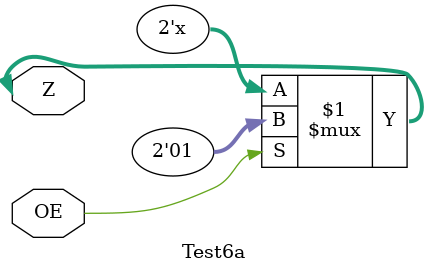
<source format=v>
module Test6a(input OE, inout [1:0] Z);
   assign Z = (OE) ? 2'b01 : 2'bzz;
endmodule
</source>
